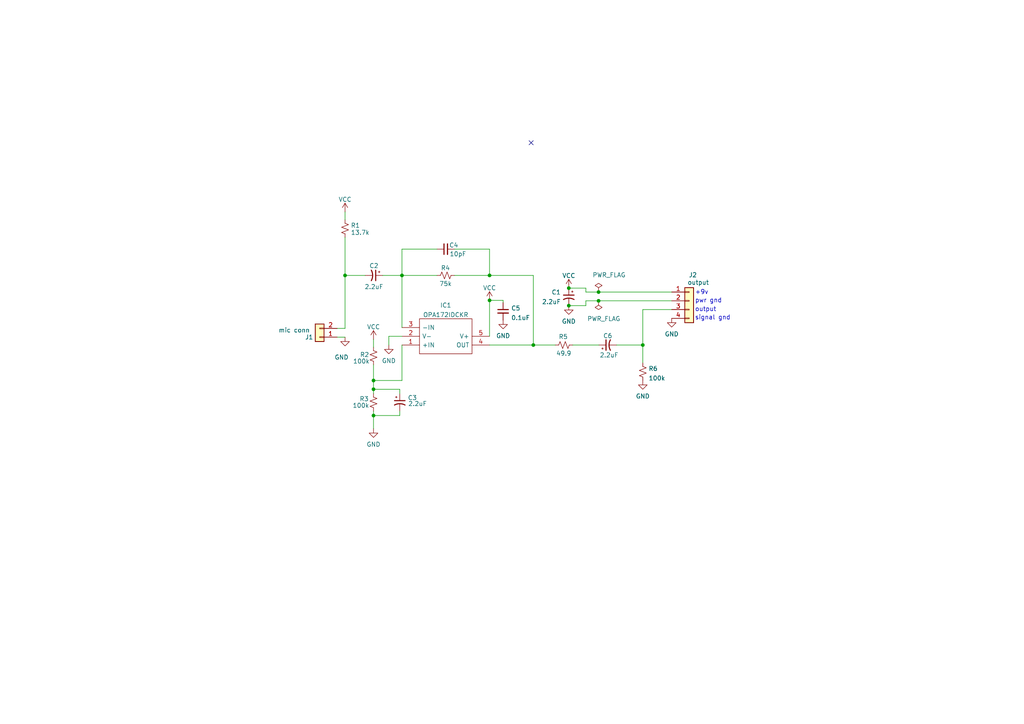
<source format=kicad_sch>
(kicad_sch (version 20211123) (generator eeschema)

  (uuid 8d861cdb-cf07-4f99-a54f-2ff675494f09)

  (paper "A4")

  (lib_symbols
    (symbol "4ms_Connector:Conn_01x04" (pin_names (offset 1.016) hide) (in_bom yes) (on_board yes)
      (property "Reference" "J" (id 0) (at 0 5.08 0)
        (effects (font (size 1.27 1.27)))
      )
      (property "Value" "Conn_01x04" (id 1) (at 0 -7.62 0)
        (effects (font (size 1.27 1.27)))
      )
      (property "Footprint" "4ms_Connector:Pins_1x04_2.54mm_TH_SWD" (id 2) (at 0 6.985 0)
        (effects (font (size 1.27 1.27)) hide)
      )
      (property "Datasheet" "" (id 3) (at 0 0 0)
        (effects (font (size 1.27 1.27)) hide)
      )
      (property "Specifications" "HEADER 1x4 MALE PINS 0.100” 180deg" (id 4) (at -3.175 -14.605 0)
        (effects (font (size 1.27 1.27)) (justify left) hide)
      )
      (property "Manufacturer" "TAD" (id 5) (at -2.54 -9.398 0)
        (effects (font (size 1.27 1.27)) (justify left) hide)
      )
      (property "Part Number" "1-0401FBV0T" (id 6) (at -2.54 -10.922 0)
        (effects (font (size 1.27 1.27)) (justify left) hide)
      )
      (property "ki_keywords" "Conn_01x04" (id 7) (at 0 0 0)
        (effects (font (size 1.27 1.27)) hide)
      )
      (property "ki_description" "HEADER 1x4 MALE PINS 0.100” 180deg" (id 8) (at 0 0 0)
        (effects (font (size 1.27 1.27)) hide)
      )
      (property "ki_fp_filters" "Connector*:*_??x*mm* Connector*:*1x??x*mm* Pin?Header?Straight?1X* Pin?Header?Angled?1X* Socket?Strip?Straight?1X* Socket?Strip?Angled?1X*" (id 9) (at 0 0 0)
        (effects (font (size 1.27 1.27)) hide)
      )
      (symbol "Conn_01x04_1_1"
        (rectangle (start -1.27 -4.953) (end 0 -5.207)
          (stroke (width 0.1524) (type default) (color 0 0 0 0))
          (fill (type none))
        )
        (rectangle (start -1.27 -2.413) (end 0 -2.667)
          (stroke (width 0.1524) (type default) (color 0 0 0 0))
          (fill (type none))
        )
        (rectangle (start -1.27 0.127) (end 0 -0.127)
          (stroke (width 0.1524) (type default) (color 0 0 0 0))
          (fill (type none))
        )
        (rectangle (start -1.27 2.667) (end 0 2.413)
          (stroke (width 0.1524) (type default) (color 0 0 0 0))
          (fill (type none))
        )
        (rectangle (start -1.27 3.81) (end 1.27 -6.35)
          (stroke (width 0.254) (type default) (color 0 0 0 0))
          (fill (type background))
        )
        (pin passive line (at -5.08 2.54 0) (length 3.81)
          (name "Pin_1" (effects (font (size 1.27 1.27))))
          (number "1" (effects (font (size 1.27 1.27))))
        )
        (pin passive line (at -5.08 0 0) (length 3.81)
          (name "Pin_2" (effects (font (size 1.27 1.27))))
          (number "2" (effects (font (size 1.27 1.27))))
        )
        (pin passive line (at -5.08 -2.54 0) (length 3.81)
          (name "Pin_3" (effects (font (size 1.27 1.27))))
          (number "3" (effects (font (size 1.27 1.27))))
        )
        (pin passive line (at -5.08 -5.08 0) (length 3.81)
          (name "Pin_4" (effects (font (size 1.27 1.27))))
          (number "4" (effects (font (size 1.27 1.27))))
        )
      )
    )
    (symbol "Connector_Generic:Conn_01x02" (pin_names (offset 1.016) hide) (in_bom yes) (on_board yes)
      (property "Reference" "J" (id 0) (at 0 2.54 0)
        (effects (font (size 1.27 1.27)))
      )
      (property "Value" "Conn_01x02" (id 1) (at 0 -5.08 0)
        (effects (font (size 1.27 1.27)))
      )
      (property "Footprint" "" (id 2) (at 0 0 0)
        (effects (font (size 1.27 1.27)) hide)
      )
      (property "Datasheet" "~" (id 3) (at 0 0 0)
        (effects (font (size 1.27 1.27)) hide)
      )
      (property "ki_keywords" "connector" (id 4) (at 0 0 0)
        (effects (font (size 1.27 1.27)) hide)
      )
      (property "ki_description" "Generic connector, single row, 01x02, script generated (kicad-library-utils/schlib/autogen/connector/)" (id 5) (at 0 0 0)
        (effects (font (size 1.27 1.27)) hide)
      )
      (property "ki_fp_filters" "Connector*:*_1x??_*" (id 6) (at 0 0 0)
        (effects (font (size 1.27 1.27)) hide)
      )
      (symbol "Conn_01x02_1_1"
        (rectangle (start -1.27 -2.413) (end 0 -2.667)
          (stroke (width 0.1524) (type default) (color 0 0 0 0))
          (fill (type none))
        )
        (rectangle (start -1.27 0.127) (end 0 -0.127)
          (stroke (width 0.1524) (type default) (color 0 0 0 0))
          (fill (type none))
        )
        (rectangle (start -1.27 1.27) (end 1.27 -3.81)
          (stroke (width 0.254) (type default) (color 0 0 0 0))
          (fill (type background))
        )
        (pin passive line (at -5.08 0 0) (length 3.81)
          (name "Pin_1" (effects (font (size 1.27 1.27))))
          (number "1" (effects (font (size 1.27 1.27))))
        )
        (pin passive line (at -5.08 -2.54 0) (length 3.81)
          (name "Pin_2" (effects (font (size 1.27 1.27))))
          (number "2" (effects (font (size 1.27 1.27))))
        )
      )
    )
    (symbol "Device:C_Polarized_Small_US" (pin_numbers hide) (pin_names (offset 0.254) hide) (in_bom yes) (on_board yes)
      (property "Reference" "C" (id 0) (at 0.254 1.778 0)
        (effects (font (size 1.27 1.27)) (justify left))
      )
      (property "Value" "C_Polarized_Small_US" (id 1) (at 0.254 -2.032 0)
        (effects (font (size 1.27 1.27)) (justify left))
      )
      (property "Footprint" "" (id 2) (at 0 0 0)
        (effects (font (size 1.27 1.27)) hide)
      )
      (property "Datasheet" "~" (id 3) (at 0 0 0)
        (effects (font (size 1.27 1.27)) hide)
      )
      (property "ki_keywords" "cap capacitor" (id 4) (at 0 0 0)
        (effects (font (size 1.27 1.27)) hide)
      )
      (property "ki_description" "Polarized capacitor, small US symbol" (id 5) (at 0 0 0)
        (effects (font (size 1.27 1.27)) hide)
      )
      (property "ki_fp_filters" "CP_*" (id 6) (at 0 0 0)
        (effects (font (size 1.27 1.27)) hide)
      )
      (symbol "C_Polarized_Small_US_0_1"
        (polyline
          (pts
            (xy -1.524 0.508)
            (xy 1.524 0.508)
          )
          (stroke (width 0.3048) (type default) (color 0 0 0 0))
          (fill (type none))
        )
        (polyline
          (pts
            (xy -1.27 1.524)
            (xy -0.762 1.524)
          )
          (stroke (width 0) (type default) (color 0 0 0 0))
          (fill (type none))
        )
        (polyline
          (pts
            (xy -1.016 1.27)
            (xy -1.016 1.778)
          )
          (stroke (width 0) (type default) (color 0 0 0 0))
          (fill (type none))
        )
        (arc (start 1.524 -0.762) (mid 0 -0.3734) (end -1.524 -0.762)
          (stroke (width 0.3048) (type default) (color 0 0 0 0))
          (fill (type none))
        )
      )
      (symbol "C_Polarized_Small_US_1_1"
        (pin passive line (at 0 2.54 270) (length 2.032)
          (name "~" (effects (font (size 1.27 1.27))))
          (number "1" (effects (font (size 1.27 1.27))))
        )
        (pin passive line (at 0 -2.54 90) (length 2.032)
          (name "~" (effects (font (size 1.27 1.27))))
          (number "2" (effects (font (size 1.27 1.27))))
        )
      )
    )
    (symbol "Device:C_Small" (pin_numbers hide) (pin_names (offset 0.254) hide) (in_bom yes) (on_board yes)
      (property "Reference" "C" (id 0) (at 0.254 1.778 0)
        (effects (font (size 1.27 1.27)) (justify left))
      )
      (property "Value" "C_Small" (id 1) (at 0.254 -2.032 0)
        (effects (font (size 1.27 1.27)) (justify left))
      )
      (property "Footprint" "" (id 2) (at 0 0 0)
        (effects (font (size 1.27 1.27)) hide)
      )
      (property "Datasheet" "~" (id 3) (at 0 0 0)
        (effects (font (size 1.27 1.27)) hide)
      )
      (property "ki_keywords" "capacitor cap" (id 4) (at 0 0 0)
        (effects (font (size 1.27 1.27)) hide)
      )
      (property "ki_description" "Unpolarized capacitor, small symbol" (id 5) (at 0 0 0)
        (effects (font (size 1.27 1.27)) hide)
      )
      (property "ki_fp_filters" "C_*" (id 6) (at 0 0 0)
        (effects (font (size 1.27 1.27)) hide)
      )
      (symbol "C_Small_0_1"
        (polyline
          (pts
            (xy -1.524 -0.508)
            (xy 1.524 -0.508)
          )
          (stroke (width 0.3302) (type default) (color 0 0 0 0))
          (fill (type none))
        )
        (polyline
          (pts
            (xy -1.524 0.508)
            (xy 1.524 0.508)
          )
          (stroke (width 0.3048) (type default) (color 0 0 0 0))
          (fill (type none))
        )
      )
      (symbol "C_Small_1_1"
        (pin passive line (at 0 2.54 270) (length 2.032)
          (name "~" (effects (font (size 1.27 1.27))))
          (number "1" (effects (font (size 1.27 1.27))))
        )
        (pin passive line (at 0 -2.54 90) (length 2.032)
          (name "~" (effects (font (size 1.27 1.27))))
          (number "2" (effects (font (size 1.27 1.27))))
        )
      )
    )
    (symbol "Device:R_Small_US" (pin_numbers hide) (pin_names (offset 0.254) hide) (in_bom yes) (on_board yes)
      (property "Reference" "R" (id 0) (at 0.762 0.508 0)
        (effects (font (size 1.27 1.27)) (justify left))
      )
      (property "Value" "R_Small_US" (id 1) (at 0.762 -1.016 0)
        (effects (font (size 1.27 1.27)) (justify left))
      )
      (property "Footprint" "" (id 2) (at 0 0 0)
        (effects (font (size 1.27 1.27)) hide)
      )
      (property "Datasheet" "~" (id 3) (at 0 0 0)
        (effects (font (size 1.27 1.27)) hide)
      )
      (property "ki_keywords" "r resistor" (id 4) (at 0 0 0)
        (effects (font (size 1.27 1.27)) hide)
      )
      (property "ki_description" "Resistor, small US symbol" (id 5) (at 0 0 0)
        (effects (font (size 1.27 1.27)) hide)
      )
      (property "ki_fp_filters" "R_*" (id 6) (at 0 0 0)
        (effects (font (size 1.27 1.27)) hide)
      )
      (symbol "R_Small_US_1_1"
        (polyline
          (pts
            (xy 0 0)
            (xy 1.016 -0.381)
            (xy 0 -0.762)
            (xy -1.016 -1.143)
            (xy 0 -1.524)
          )
          (stroke (width 0) (type default) (color 0 0 0 0))
          (fill (type none))
        )
        (polyline
          (pts
            (xy 0 1.524)
            (xy 1.016 1.143)
            (xy 0 0.762)
            (xy -1.016 0.381)
            (xy 0 0)
          )
          (stroke (width 0) (type default) (color 0 0 0 0))
          (fill (type none))
        )
        (pin passive line (at 0 2.54 270) (length 1.016)
          (name "~" (effects (font (size 1.27 1.27))))
          (number "1" (effects (font (size 1.27 1.27))))
        )
        (pin passive line (at 0 -2.54 90) (length 1.016)
          (name "~" (effects (font (size 1.27 1.27))))
          (number "2" (effects (font (size 1.27 1.27))))
        )
      )
    )
    (symbol "SamacSys_Parts:OPA172IDCKR" (pin_names (offset 0.762)) (in_bom yes) (on_board yes)
      (property "Reference" "IC" (id 0) (at 21.59 7.62 0)
        (effects (font (size 1.27 1.27)) (justify left))
      )
      (property "Value" "OPA172IDCKR" (id 1) (at 21.59 5.08 0)
        (effects (font (size 1.27 1.27)) (justify left))
      )
      (property "Footprint" "SOT65P210X110-5N" (id 2) (at 21.59 2.54 0)
        (effects (font (size 1.27 1.27)) (justify left) hide)
      )
      (property "Datasheet" "https://datasheet.lcsc.com/szlcsc/Texas-Instruments-TI-OPA172IDCKR_C84622.pdf" (id 3) (at 21.59 0 0)
        (effects (font (size 1.27 1.27)) (justify left) hide)
      )
      (property "Description" "General Purpose Amplifiers General Purpose 1 4.5V ~{} 36V, +/-2.25V ~{} 18V 10MHz 10 V/us SC-70-5 RoHS" (id 4) (at 21.59 -2.54 0)
        (effects (font (size 1.27 1.27)) (justify left) hide)
      )
      (property "Height" "1.1" (id 5) (at 21.59 -5.08 0)
        (effects (font (size 1.27 1.27)) (justify left) hide)
      )
      (property "Mouser Part Number" "595-OPA172IDCKR" (id 6) (at 21.59 -7.62 0)
        (effects (font (size 1.27 1.27)) (justify left) hide)
      )
      (property "Mouser Price/Stock" "https://www.mouser.co.uk/ProductDetail/Texas-Instruments/OPA172IDCKR/?qs=%2Fd%252BFzHvH4c16oKsohKXwRQ%3D%3D" (id 7) (at 21.59 -10.16 0)
        (effects (font (size 1.27 1.27)) (justify left) hide)
      )
      (property "Manufacturer_Name" "Texas Instruments" (id 8) (at 21.59 -12.7 0)
        (effects (font (size 1.27 1.27)) (justify left) hide)
      )
      (property "Manufacturer_Part_Number" "OPA172IDCKR" (id 9) (at 21.59 -15.24 0)
        (effects (font (size 1.27 1.27)) (justify left) hide)
      )
      (property "ki_description" "General Purpose Amplifiers General Purpose 1 4.5V ~ 36V, +/-2.25V ~ 18V 10MHz 10 V/us SC-70-5 RoHS" (id 10) (at 0 0 0)
        (effects (font (size 1.27 1.27)) hide)
      )
      (symbol "OPA172IDCKR_0_0"
        (pin passive line (at 0 0 0) (length 5.08)
          (name "+IN" (effects (font (size 1.27 1.27))))
          (number "1" (effects (font (size 1.27 1.27))))
        )
        (pin passive line (at 0 -2.54 0) (length 5.08)
          (name "V-" (effects (font (size 1.27 1.27))))
          (number "2" (effects (font (size 1.27 1.27))))
        )
        (pin passive line (at 0 -5.08 0) (length 5.08)
          (name "-IN" (effects (font (size 1.27 1.27))))
          (number "3" (effects (font (size 1.27 1.27))))
        )
        (pin passive line (at 25.4 0 180) (length 5.08)
          (name "OUT" (effects (font (size 1.27 1.27))))
          (number "4" (effects (font (size 1.27 1.27))))
        )
        (pin passive line (at 25.4 -2.54 180) (length 5.08)
          (name "V+" (effects (font (size 1.27 1.27))))
          (number "5" (effects (font (size 1.27 1.27))))
        )
      )
      (symbol "OPA172IDCKR_0_1"
        (polyline
          (pts
            (xy 5.08 2.54)
            (xy 20.32 2.54)
            (xy 20.32 -7.62)
            (xy 5.08 -7.62)
            (xy 5.08 2.54)
          )
          (stroke (width 0.1524) (type default) (color 0 0 0 0))
          (fill (type none))
        )
      )
    )
    (symbol "power:GND" (power) (pin_names (offset 0)) (in_bom yes) (on_board yes)
      (property "Reference" "#PWR" (id 0) (at 0 -6.35 0)
        (effects (font (size 1.27 1.27)) hide)
      )
      (property "Value" "GND" (id 1) (at 0 -3.81 0)
        (effects (font (size 1.27 1.27)))
      )
      (property "Footprint" "" (id 2) (at 0 0 0)
        (effects (font (size 1.27 1.27)) hide)
      )
      (property "Datasheet" "" (id 3) (at 0 0 0)
        (effects (font (size 1.27 1.27)) hide)
      )
      (property "ki_keywords" "power-flag" (id 4) (at 0 0 0)
        (effects (font (size 1.27 1.27)) hide)
      )
      (property "ki_description" "Power symbol creates a global label with name \"GND\" , ground" (id 5) (at 0 0 0)
        (effects (font (size 1.27 1.27)) hide)
      )
      (symbol "GND_0_1"
        (polyline
          (pts
            (xy 0 0)
            (xy 0 -1.27)
            (xy 1.27 -1.27)
            (xy 0 -2.54)
            (xy -1.27 -1.27)
            (xy 0 -1.27)
          )
          (stroke (width 0) (type default) (color 0 0 0 0))
          (fill (type none))
        )
      )
      (symbol "GND_1_1"
        (pin power_in line (at 0 0 270) (length 0) hide
          (name "GND" (effects (font (size 1.27 1.27))))
          (number "1" (effects (font (size 1.27 1.27))))
        )
      )
    )
    (symbol "power:PWR_FLAG" (power) (pin_numbers hide) (pin_names (offset 0) hide) (in_bom yes) (on_board yes)
      (property "Reference" "#FLG" (id 0) (at 0 1.905 0)
        (effects (font (size 1.27 1.27)) hide)
      )
      (property "Value" "PWR_FLAG" (id 1) (at 0 3.81 0)
        (effects (font (size 1.27 1.27)))
      )
      (property "Footprint" "" (id 2) (at 0 0 0)
        (effects (font (size 1.27 1.27)) hide)
      )
      (property "Datasheet" "~" (id 3) (at 0 0 0)
        (effects (font (size 1.27 1.27)) hide)
      )
      (property "ki_keywords" "power-flag" (id 4) (at 0 0 0)
        (effects (font (size 1.27 1.27)) hide)
      )
      (property "ki_description" "Special symbol for telling ERC where power comes from" (id 5) (at 0 0 0)
        (effects (font (size 1.27 1.27)) hide)
      )
      (symbol "PWR_FLAG_0_0"
        (pin power_out line (at 0 0 90) (length 0)
          (name "pwr" (effects (font (size 1.27 1.27))))
          (number "1" (effects (font (size 1.27 1.27))))
        )
      )
      (symbol "PWR_FLAG_0_1"
        (polyline
          (pts
            (xy 0 0)
            (xy 0 1.27)
            (xy -1.016 1.905)
            (xy 0 2.54)
            (xy 1.016 1.905)
            (xy 0 1.27)
          )
          (stroke (width 0) (type default) (color 0 0 0 0))
          (fill (type none))
        )
      )
    )
    (symbol "power:VCC" (power) (pin_names (offset 0)) (in_bom yes) (on_board yes)
      (property "Reference" "#PWR" (id 0) (at 0 -3.81 0)
        (effects (font (size 1.27 1.27)) hide)
      )
      (property "Value" "VCC" (id 1) (at 0 3.81 0)
        (effects (font (size 1.27 1.27)))
      )
      (property "Footprint" "" (id 2) (at 0 0 0)
        (effects (font (size 1.27 1.27)) hide)
      )
      (property "Datasheet" "" (id 3) (at 0 0 0)
        (effects (font (size 1.27 1.27)) hide)
      )
      (property "ki_keywords" "power-flag" (id 4) (at 0 0 0)
        (effects (font (size 1.27 1.27)) hide)
      )
      (property "ki_description" "Power symbol creates a global label with name \"VCC\"" (id 5) (at 0 0 0)
        (effects (font (size 1.27 1.27)) hide)
      )
      (symbol "VCC_0_1"
        (polyline
          (pts
            (xy -0.762 1.27)
            (xy 0 2.54)
          )
          (stroke (width 0) (type default) (color 0 0 0 0))
          (fill (type none))
        )
        (polyline
          (pts
            (xy 0 0)
            (xy 0 2.54)
          )
          (stroke (width 0) (type default) (color 0 0 0 0))
          (fill (type none))
        )
        (polyline
          (pts
            (xy 0 2.54)
            (xy 0.762 1.27)
          )
          (stroke (width 0) (type default) (color 0 0 0 0))
          (fill (type none))
        )
      )
      (symbol "VCC_1_1"
        (pin power_in line (at 0 0 90) (length 0) hide
          (name "VCC" (effects (font (size 1.27 1.27))))
          (number "1" (effects (font (size 1.27 1.27))))
        )
      )
    )
  )

  (junction (at 186.436 100.076) (diameter 0) (color 0 0 0 0)
    (uuid 290f334f-e697-4b24-89a8-a64c2e1e154a)
  )
  (junction (at 164.973 83.566) (diameter 0) (color 0 0 0 0)
    (uuid 3849c705-fb2a-460d-8f4e-8c59df16294f)
  )
  (junction (at 173.609 87.249) (diameter 0) (color 0 0 0 0)
    (uuid 570963d3-d740-4ce7-89c4-0af11becb6ae)
  )
  (junction (at 100.076 79.883) (diameter 0) (color 0 0 0 0)
    (uuid 771fc506-8805-4414-831d-be99e4efec2e)
  )
  (junction (at 154.686 100.076) (diameter 0) (color 0 0 0 0)
    (uuid 89f35d51-1abd-4325-8dcf-bbcc0b814ebf)
  )
  (junction (at 164.973 88.646) (diameter 0) (color 0 0 0 0)
    (uuid 8ec3dc75-ffdc-4509-8b80-72494ff115eb)
  )
  (junction (at 108.331 112.903) (diameter 0) (color 0 0 0 0)
    (uuid 9163e5e7-4da6-4ed7-aa58-c7212202f637)
  )
  (junction (at 108.331 110.363) (diameter 0) (color 0 0 0 0)
    (uuid 95c7b07a-c2f2-423e-b81f-1ce281e6eea7)
  )
  (junction (at 141.986 79.883) (diameter 0) (color 0 0 0 0)
    (uuid a664c752-73ed-4b14-b342-031a40586871)
  )
  (junction (at 108.331 120.523) (diameter 0) (color 0 0 0 0)
    (uuid c8eeb74f-06f3-495c-86b9-9b2f69dca1aa)
  )
  (junction (at 173.609 84.709) (diameter 0) (color 0 0 0 0)
    (uuid cfe5a930-7571-44f3-9f0b-962327a14a46)
  )
  (junction (at 116.586 79.883) (diameter 0) (color 0 0 0 0)
    (uuid d8b2b281-108d-40c8-adbf-318a2a15cdfc)
  )
  (junction (at 141.986 87.122) (diameter 0) (color 0 0 0 0)
    (uuid ea464fb6-cb4e-488a-a105-40d46fb26cec)
  )

  (no_connect (at 154.051 41.402) (uuid 1c8800e0-4f96-4a9a-823d-5f688d724ef6))

  (wire (pts (xy 154.686 79.883) (xy 154.686 100.076))
    (stroke (width 0) (type default) (color 0 0 0 0))
    (uuid 0ce9f3eb-81c8-40b3-be07-a59ba63ebc77)
  )
  (wire (pts (xy 169.926 87.249) (xy 169.926 88.646))
    (stroke (width 0) (type default) (color 0 0 0 0))
    (uuid 0f2ca3fd-9c5a-48a1-8f27-6bea857e4274)
  )
  (wire (pts (xy 145.923 87.122) (xy 141.986 87.122))
    (stroke (width 0) (type default) (color 0 0 0 0))
    (uuid 11f34665-9b3e-4a1a-b0bd-9232578a7a2e)
  )
  (wire (pts (xy 116.586 100.076) (xy 116.586 110.363))
    (stroke (width 0) (type default) (color 0 0 0 0))
    (uuid 192c791e-d81c-421f-b489-82c0c194519c)
  )
  (wire (pts (xy 100.076 95.25) (xy 100.076 79.883))
    (stroke (width 0) (type default) (color 0 0 0 0))
    (uuid 1d9f6ec6-e3bc-4477-a158-fdb4e35456c7)
  )
  (wire (pts (xy 131.826 79.883) (xy 141.986 79.883))
    (stroke (width 0) (type default) (color 0 0 0 0))
    (uuid 30561164-95e8-4b5e-9854-e4402fda56ac)
  )
  (wire (pts (xy 154.686 100.076) (xy 141.986 100.076))
    (stroke (width 0) (type default) (color 0 0 0 0))
    (uuid 35d312fa-1202-40da-8cdd-640940d08cfa)
  )
  (wire (pts (xy 116.586 72.263) (xy 126.746 72.263))
    (stroke (width 0) (type default) (color 0 0 0 0))
    (uuid 35f3913f-9445-493e-8fe3-5cbeafe6dce6)
  )
  (wire (pts (xy 186.436 100.076) (xy 186.436 105.283))
    (stroke (width 0) (type default) (color 0 0 0 0))
    (uuid 37969e04-0578-442c-acd0-a0a26625ce90)
  )
  (wire (pts (xy 116.586 79.883) (xy 126.746 79.883))
    (stroke (width 0) (type default) (color 0 0 0 0))
    (uuid 4a21c035-432c-4de3-9cb9-b6d8f773625c)
  )
  (wire (pts (xy 108.331 98.425) (xy 108.331 100.711))
    (stroke (width 0) (type default) (color 0 0 0 0))
    (uuid 5754b3d3-bff2-4770-8582-4c62a1f27116)
  )
  (wire (pts (xy 108.331 112.903) (xy 108.331 114.173))
    (stroke (width 0) (type default) (color 0 0 0 0))
    (uuid 591a6579-59e1-4c32-8716-9531bce52619)
  )
  (wire (pts (xy 169.926 84.709) (xy 169.926 83.566))
    (stroke (width 0) (type default) (color 0 0 0 0))
    (uuid 59512a19-55c5-4ad2-ac1d-d7d37638f09d)
  )
  (wire (pts (xy 178.816 100.076) (xy 186.436 100.076))
    (stroke (width 0) (type default) (color 0 0 0 0))
    (uuid 598eb5e3-24fb-43ad-a2fc-8deed495f109)
  )
  (wire (pts (xy 173.609 87.249) (xy 169.926 87.249))
    (stroke (width 0) (type default) (color 0 0 0 0))
    (uuid 5f406c10-3d8f-4523-83b9-c4c17247863b)
  )
  (wire (pts (xy 108.331 105.791) (xy 108.331 110.363))
    (stroke (width 0) (type default) (color 0 0 0 0))
    (uuid 617c98d8-420a-4382-a7ba-e4b4fbb08aa7)
  )
  (wire (pts (xy 194.818 87.249) (xy 173.609 87.249))
    (stroke (width 0) (type default) (color 0 0 0 0))
    (uuid 65e17ef3-7831-49a4-8b19-eb943a2b4d57)
  )
  (wire (pts (xy 141.986 72.263) (xy 141.986 79.883))
    (stroke (width 0) (type default) (color 0 0 0 0))
    (uuid 6b0e581f-9838-4571-ae68-431a657a0b4f)
  )
  (wire (pts (xy 141.986 87.122) (xy 141.986 97.536))
    (stroke (width 0) (type default) (color 0 0 0 0))
    (uuid 72006007-13d6-4298-94e5-8fdca4541e75)
  )
  (wire (pts (xy 186.436 100.076) (xy 186.436 89.789))
    (stroke (width 0) (type default) (color 0 0 0 0))
    (uuid 7327e925-2782-411c-bb67-42102cdb28ca)
  )
  (wire (pts (xy 116.586 79.883) (xy 116.586 72.263))
    (stroke (width 0) (type default) (color 0 0 0 0))
    (uuid 7685d010-b823-4bea-90ce-9926171c6a98)
  )
  (wire (pts (xy 131.826 72.263) (xy 141.986 72.263))
    (stroke (width 0) (type default) (color 0 0 0 0))
    (uuid 7883acfe-514a-40de-a4c9-125c98f53844)
  )
  (wire (pts (xy 166.116 100.076) (xy 173.736 100.076))
    (stroke (width 0) (type default) (color 0 0 0 0))
    (uuid 7e435e7e-1833-45f8-a981-2aaa6987d0d9)
  )
  (wire (pts (xy 169.926 83.566) (xy 164.973 83.566))
    (stroke (width 0) (type default) (color 0 0 0 0))
    (uuid 7f74e3b3-0eeb-4455-a766-15862cddc46c)
  )
  (wire (pts (xy 100.076 79.883) (xy 105.918 79.883))
    (stroke (width 0) (type default) (color 0 0 0 0))
    (uuid 81788bc0-ce42-46b5-bfea-90fa580219bd)
  )
  (wire (pts (xy 108.331 110.363) (xy 108.331 112.903))
    (stroke (width 0) (type default) (color 0 0 0 0))
    (uuid 81ee6c44-64b9-42d4-a77b-77a56538713f)
  )
  (wire (pts (xy 110.998 79.883) (xy 116.586 79.883))
    (stroke (width 0) (type default) (color 0 0 0 0))
    (uuid 8265743a-f9a2-47d2-8b66-3758acef03f1)
  )
  (wire (pts (xy 186.436 89.789) (xy 194.818 89.789))
    (stroke (width 0) (type default) (color 0 0 0 0))
    (uuid 83aed02f-ed5f-4894-8663-e42e5370c98f)
  )
  (wire (pts (xy 97.79 97.79) (xy 100.076 97.79))
    (stroke (width 0) (type default) (color 0 0 0 0))
    (uuid 8969c368-9450-49fd-9efc-0e8562dc0033)
  )
  (wire (pts (xy 108.331 120.523) (xy 108.331 124.333))
    (stroke (width 0) (type default) (color 0 0 0 0))
    (uuid 8ed3e1a1-a269-401f-940d-20eab8ac39af)
  )
  (wire (pts (xy 115.951 120.523) (xy 108.331 120.523))
    (stroke (width 0) (type default) (color 0 0 0 0))
    (uuid 91387d12-3459-4cf7-b4e1-1dd8a8eb3a0f)
  )
  (wire (pts (xy 97.79 95.25) (xy 100.076 95.25))
    (stroke (width 0) (type default) (color 0 0 0 0))
    (uuid 9b83d562-78d1-4bb8-9999-0e2aa06ac4aa)
  )
  (wire (pts (xy 100.076 79.883) (xy 100.076 68.834))
    (stroke (width 0) (type default) (color 0 0 0 0))
    (uuid a108047c-9479-4fb0-988d-09e71ad37659)
  )
  (wire (pts (xy 115.951 119.253) (xy 115.951 120.523))
    (stroke (width 0) (type default) (color 0 0 0 0))
    (uuid a9a065f3-9331-48ba-b086-97d88a88ba6f)
  )
  (wire (pts (xy 108.331 110.363) (xy 116.586 110.363))
    (stroke (width 0) (type default) (color 0 0 0 0))
    (uuid b5eac83c-59a6-4b95-a4fd-88d957e7b49a)
  )
  (wire (pts (xy 115.951 114.173) (xy 115.951 112.903))
    (stroke (width 0) (type default) (color 0 0 0 0))
    (uuid b85c45cd-0fb2-4173-b69a-d304fc018caf)
  )
  (wire (pts (xy 169.926 88.646) (xy 164.973 88.646))
    (stroke (width 0) (type default) (color 0 0 0 0))
    (uuid b8a428af-da9f-41bf-a9b7-1e166905b5c3)
  )
  (wire (pts (xy 173.609 84.709) (xy 194.818 84.709))
    (stroke (width 0) (type default) (color 0 0 0 0))
    (uuid d04fe7ad-2139-427d-99d5-d4e5bf75ee02)
  )
  (wire (pts (xy 141.986 79.883) (xy 154.686 79.883))
    (stroke (width 0) (type default) (color 0 0 0 0))
    (uuid d1fc166c-4d39-4072-887a-7c85c7a4096e)
  )
  (wire (pts (xy 116.586 94.996) (xy 116.586 79.883))
    (stroke (width 0) (type default) (color 0 0 0 0))
    (uuid d5217ffc-30b7-435a-b033-2b4dc4b389e3)
  )
  (wire (pts (xy 154.686 100.076) (xy 161.036 100.076))
    (stroke (width 0) (type default) (color 0 0 0 0))
    (uuid db8b3b35-454d-4635-9649-51c6c74e4bd2)
  )
  (wire (pts (xy 112.776 97.536) (xy 112.776 100.076))
    (stroke (width 0) (type default) (color 0 0 0 0))
    (uuid db9a23a6-9b0c-4db1-bd8e-fcbb7f7f3b5a)
  )
  (wire (pts (xy 100.076 63.754) (xy 100.076 61.468))
    (stroke (width 0) (type default) (color 0 0 0 0))
    (uuid dc083a86-f1b6-4137-889e-cfdbbf2371b5)
  )
  (wire (pts (xy 173.609 84.709) (xy 169.926 84.709))
    (stroke (width 0) (type default) (color 0 0 0 0))
    (uuid dfbac84b-e2ad-4e34-b1b9-58acf4d8ac2b)
  )
  (wire (pts (xy 108.331 120.523) (xy 108.331 119.253))
    (stroke (width 0) (type default) (color 0 0 0 0))
    (uuid e0bd7cd2-c998-4971-95ea-bb4f34e1e190)
  )
  (wire (pts (xy 115.951 112.903) (xy 108.331 112.903))
    (stroke (width 0) (type default) (color 0 0 0 0))
    (uuid e243a500-a966-4c10-b00f-3ee6a0c2c96f)
  )
  (wire (pts (xy 116.586 97.536) (xy 112.776 97.536))
    (stroke (width 0) (type default) (color 0 0 0 0))
    (uuid f46a5f7b-3029-4ac8-af33-369caf7422d8)
  )
  (wire (pts (xy 145.923 87.757) (xy 145.923 87.122))
    (stroke (width 0) (type default) (color 0 0 0 0))
    (uuid f9a89486-8305-4fed-866d-114296da5e1e)
  )

  (text "+9v" (at 201.549 85.598 0)
    (effects (font (size 1.27 1.27)) (justify left bottom))
    (uuid 4b4e2ca7-a98a-4694-b631-a5cac7fbc7a4)
  )
  (text "pwr gnd\n" (at 201.549 88.011 0)
    (effects (font (size 1.27 1.27)) (justify left bottom))
    (uuid c7088621-7d0d-4f96-8093-131be1b69341)
  )
  (text "output\n" (at 201.549 90.551 0)
    (effects (font (size 1.27 1.27)) (justify left bottom))
    (uuid de322006-e4f4-477e-88a3-90b818bfd889)
  )
  (text "signal gnd" (at 201.549 92.964 0)
    (effects (font (size 1.27 1.27)) (justify left bottom))
    (uuid f428bbbb-2aac-415b-8eb5-58840d96018a)
  )

  (symbol (lib_id "Device:C_Small") (at 145.923 90.297 0) (unit 1)
    (in_bom yes) (on_board yes) (fields_autoplaced)
    (uuid 0b68c0e0-745b-4aaf-9cd6-f7538aa06b1c)
    (property "Reference" "C5" (id 0) (at 148.2471 89.3948 0)
      (effects (font (size 1.27 1.27)) (justify left))
    )
    (property "Value" "0.1uF" (id 1) (at 148.2471 92.1699 0)
      (effects (font (size 1.27 1.27)) (justify left))
    )
    (property "Footprint" "Capacitor_SMD:C_0603_1608Metric_Pad1.08x0.95mm_HandSolder" (id 2) (at 145.923 90.297 0)
      (effects (font (size 1.27 1.27)) hide)
    )
    (property "Datasheet" "~" (id 3) (at 145.923 90.297 0)
      (effects (font (size 1.27 1.27)) hide)
    )
    (pin "1" (uuid 84402595-8de3-4ec1-8052-7ca898f61b7a))
    (pin "2" (uuid f8f05b66-b025-4362-9986-29b38a7b4af4))
  )

  (symbol (lib_id "power:VCC") (at 141.986 87.122 0) (unit 1)
    (in_bom yes) (on_board yes) (fields_autoplaced)
    (uuid 1a8f8c64-3027-4f61-8d50-881a9b4166a5)
    (property "Reference" "#PWR08" (id 0) (at 141.986 90.932 0)
      (effects (font (size 1.27 1.27)) hide)
    )
    (property "Value" "VCC" (id 1) (at 141.986 83.5175 0))
    (property "Footprint" "" (id 2) (at 141.986 87.122 0)
      (effects (font (size 1.27 1.27)) hide)
    )
    (property "Datasheet" "" (id 3) (at 141.986 87.122 0)
      (effects (font (size 1.27 1.27)) hide)
    )
    (pin "1" (uuid 89bed435-f930-4655-922e-cf6168cf2f61))
  )

  (symbol (lib_id "power:VCC") (at 108.331 98.425 0) (unit 1)
    (in_bom yes) (on_board yes) (fields_autoplaced)
    (uuid 448c5035-f7fd-4956-a46f-0b2bd1775514)
    (property "Reference" "#PWR05" (id 0) (at 108.331 102.235 0)
      (effects (font (size 1.27 1.27)) hide)
    )
    (property "Value" "VCC" (id 1) (at 108.331 94.8205 0))
    (property "Footprint" "" (id 2) (at 108.331 98.425 0)
      (effects (font (size 1.27 1.27)) hide)
    )
    (property "Datasheet" "" (id 3) (at 108.331 98.425 0)
      (effects (font (size 1.27 1.27)) hide)
    )
    (pin "1" (uuid b29008eb-7507-4b0b-bf20-fa35ee3407b4))
  )

  (symbol (lib_id "SamacSys_Parts:OPA172IDCKR") (at 116.586 100.076 0) (mirror x) (unit 1)
    (in_bom yes) (on_board yes)
    (uuid 487ed5c6-71da-4a9c-adbf-051a59130364)
    (property "Reference" "IC1" (id 0) (at 129.286 88.5403 0))
    (property "Value" "OPA172IDCKR" (id 1) (at 129.286 91.3154 0))
    (property "Footprint" "Package_TO_SOT_SMD:SOT-353_SC-70-5_Handsoldering" (id 2) (at 138.176 102.616 0)
      (effects (font (size 1.27 1.27)) (justify left) hide)
    )
    (property "Datasheet" "https://datasheet.lcsc.com/szlcsc/Texas-Instruments-TI-OPA172IDCKR_C84622.pdf" (id 3) (at 138.176 100.076 0)
      (effects (font (size 1.27 1.27)) (justify left) hide)
    )
    (property "Description" "General Purpose Amplifiers General Purpose 1 4.5V ~{} 36V, +/-2.25V ~{} 18V 10MHz 10 V/us SC-70-5 RoHS" (id 4) (at 138.176 97.536 0)
      (effects (font (size 1.27 1.27)) (justify left) hide)
    )
    (property "Height" "1.1" (id 5) (at 138.176 94.996 0)
      (effects (font (size 1.27 1.27)) (justify left) hide)
    )
    (property "Mouser Part Number" "595-OPA172IDCKR" (id 6) (at 138.176 92.456 0)
      (effects (font (size 1.27 1.27)) (justify left) hide)
    )
    (property "Mouser Price/Stock" "https://www.mouser.co.uk/ProductDetail/Texas-Instruments/OPA172IDCKR/?qs=%2Fd%252BFzHvH4c16oKsohKXwRQ%3D%3D" (id 7) (at 138.176 89.916 0)
      (effects (font (size 1.27 1.27)) (justify left) hide)
    )
    (property "Manufacturer_Name" "Texas Instruments" (id 8) (at 138.176 87.376 0)
      (effects (font (size 1.27 1.27)) (justify left) hide)
    )
    (property "Manufacturer_Part_Number" "OPA172IDCKR" (id 9) (at 138.176 84.836 0)
      (effects (font (size 1.27 1.27)) (justify left) hide)
    )
    (pin "1" (uuid eeac435c-ca67-4405-9e5a-1757aa0669d5))
    (pin "2" (uuid ba1f9045-368c-40d4-bf1c-bd5b8799dcee))
    (pin "3" (uuid d106d1d9-f7ee-491c-84ae-5cc34772698e))
    (pin "4" (uuid c3ba2989-b815-41f6-9b37-9522cb8b56c1))
    (pin "5" (uuid 38f23e3d-fa0b-4972-a60b-46aa12af9028))
  )

  (symbol (lib_id "Device:R_Small_US") (at 108.331 116.713 0) (unit 1)
    (in_bom yes) (on_board yes)
    (uuid 53b299a3-c0ec-4500-8d69-164a87d82560)
    (property "Reference" "R3" (id 0) (at 104.267 115.697 0)
      (effects (font (size 1.27 1.27)) (justify left))
    )
    (property "Value" "100k" (id 1) (at 102.235 117.602 0)
      (effects (font (size 1.27 1.27)) (justify left))
    )
    (property "Footprint" "Resistor_SMD:R_0603_1608Metric_Pad0.98x0.95mm_HandSolder" (id 2) (at 108.331 116.713 0)
      (effects (font (size 1.27 1.27)) hide)
    )
    (property "Datasheet" "~" (id 3) (at 108.331 116.713 0)
      (effects (font (size 1.27 1.27)) hide)
    )
    (pin "1" (uuid 39eb982f-1479-4eb4-aed3-9260f665514e))
    (pin "2" (uuid 39af6bda-2950-48fd-b4d0-a1f1b79921b7))
  )

  (symbol (lib_id "Device:R_Small_US") (at 100.076 66.294 0) (unit 1)
    (in_bom yes) (on_board yes)
    (uuid 553c95b9-937d-4b1c-b5f1-603dfed0cb9a)
    (property "Reference" "R1" (id 0) (at 101.727 65.3855 0)
      (effects (font (size 1.27 1.27)) (justify left))
    )
    (property "Value" "13.7k" (id 1) (at 101.727 67.437 0)
      (effects (font (size 1.27 1.27)) (justify left))
    )
    (property "Footprint" "Resistor_SMD:R_0603_1608Metric_Pad0.98x0.95mm_HandSolder" (id 2) (at 100.076 66.294 0)
      (effects (font (size 1.27 1.27)) hide)
    )
    (property "Datasheet" "~" (id 3) (at 100.076 66.294 0)
      (effects (font (size 1.27 1.27)) hide)
    )
    (pin "1" (uuid 8200f215-21bb-42f9-a21f-01f0609042b8))
    (pin "2" (uuid 862163c8-c6df-4776-a3a1-b3662d4f6185))
  )

  (symbol (lib_id "Device:R_Small_US") (at 163.576 100.076 90) (unit 1)
    (in_bom yes) (on_board yes)
    (uuid 5e7aa756-8aa9-43b2-9ac3-838950b6d1bd)
    (property "Reference" "R5" (id 0) (at 164.719 97.663 90)
      (effects (font (size 1.27 1.27)) (justify left))
    )
    (property "Value" "49.9" (id 1) (at 165.735 102.489 90)
      (effects (font (size 1.27 1.27)) (justify left))
    )
    (property "Footprint" "Resistor_SMD:R_0603_1608Metric_Pad0.98x0.95mm_HandSolder" (id 2) (at 163.576 100.076 0)
      (effects (font (size 1.27 1.27)) hide)
    )
    (property "Datasheet" "~" (id 3) (at 163.576 100.076 0)
      (effects (font (size 1.27 1.27)) hide)
    )
    (pin "1" (uuid 9d474bd5-d70c-4cef-adca-c8248d99b87d))
    (pin "2" (uuid bff44f9f-d0a2-446b-afd3-ec8fb2bb1dd6))
  )

  (symbol (lib_id "power:PWR_FLAG") (at 173.609 87.249 0) (mirror x) (unit 1)
    (in_bom yes) (on_board yes)
    (uuid 64d716a4-cff5-40d8-b0e3-62f3dd58c885)
    (property "Reference" "#FLG0102" (id 0) (at 173.609 89.154 0)
      (effects (font (size 1.27 1.27)) hide)
    )
    (property "Value" "PWR_FLAG" (id 1) (at 179.959 92.456 0)
      (effects (font (size 1.27 1.27)) (justify right))
    )
    (property "Footprint" "" (id 2) (at 173.609 87.249 0)
      (effects (font (size 1.27 1.27)) hide)
    )
    (property "Datasheet" "~" (id 3) (at 173.609 87.249 0)
      (effects (font (size 1.27 1.27)) hide)
    )
    (pin "1" (uuid 59f0075a-3410-4b2c-ac91-098b3f9a8033))
  )

  (symbol (lib_id "Device:C_Polarized_Small_US") (at 176.276 100.076 90) (unit 1)
    (in_bom yes) (on_board yes)
    (uuid 67b45b3d-0e0e-4a7a-be8c-b7d6fc8660f1)
    (property "Reference" "C6" (id 0) (at 176.276 97.409 90))
    (property "Value" "2.2uF" (id 1) (at 176.657 102.997 90))
    (property "Footprint" "Capacitor_Tantalum_SMD:CP_EIA-2012-15_AVX-P_Pad1.30x1.05mm_HandSolder" (id 2) (at 176.276 100.076 0)
      (effects (font (size 1.27 1.27)) hide)
    )
    (property "Datasheet" "~" (id 3) (at 176.276 100.076 0)
      (effects (font (size 1.27 1.27)) hide)
    )
    (pin "1" (uuid 21fd905f-4494-4c13-b55f-1b2551991379))
    (pin "2" (uuid 43e8f306-7e2b-4af4-8db6-4aca6caf5186))
  )

  (symbol (lib_id "Device:C_Polarized_Small_US") (at 164.973 86.106 0) (mirror y) (unit 1)
    (in_bom yes) (on_board yes) (fields_autoplaced)
    (uuid 6b41202c-9017-4555-8823-836bda0ce6bf)
    (property "Reference" "C1" (id 0) (at 162.6616 84.7657 0)
      (effects (font (size 1.27 1.27)) (justify left))
    )
    (property "Value" "2.2uF" (id 1) (at 162.6616 87.5408 0)
      (effects (font (size 1.27 1.27)) (justify left))
    )
    (property "Footprint" "Capacitor_Tantalum_SMD:CP_EIA-2012-15_AVX-P_Pad1.30x1.05mm_HandSolder" (id 2) (at 164.973 86.106 0)
      (effects (font (size 1.27 1.27)) hide)
    )
    (property "Datasheet" "~" (id 3) (at 164.973 86.106 0)
      (effects (font (size 1.27 1.27)) hide)
    )
    (pin "1" (uuid e71a0e1f-4c5f-4fa7-97cc-0c3ffe757078))
    (pin "2" (uuid 5ca0cca3-8d7b-4a3d-89f2-fc6925623a87))
  )

  (symbol (lib_id "Connector_Generic:Conn_01x02") (at 92.71 97.79 180) (unit 1)
    (in_bom yes) (on_board yes)
    (uuid 73e6ff64-8915-4bf2-8341-ad1e32b02655)
    (property "Reference" "J1" (id 0) (at 89.662 97.79 0))
    (property "Value" "mic conn" (id 1) (at 85.344 95.758 0))
    (property "Footprint" "Sensor_Audio:POM-353P-3-R electret" (id 2) (at 92.71 97.79 0)
      (effects (font (size 1.27 1.27)) hide)
    )
    (property "Datasheet" "~" (id 3) (at 92.71 97.79 0)
      (effects (font (size 1.27 1.27)) hide)
    )
    (pin "1" (uuid 9899bb71-bfd3-46e8-b367-3638872eb847))
    (pin "2" (uuid 70b1b11e-4180-4121-969a-4c116273d3f8))
  )

  (symbol (lib_id "power:GND") (at 145.923 92.837 0) (unit 1)
    (in_bom yes) (on_board yes) (fields_autoplaced)
    (uuid 8f1ef498-b3d3-4e1e-a3ae-36f4c61a375c)
    (property "Reference" "#PWR09" (id 0) (at 145.923 99.187 0)
      (effects (font (size 1.27 1.27)) hide)
    )
    (property "Value" "GND" (id 1) (at 145.923 97.3995 0))
    (property "Footprint" "" (id 2) (at 145.923 92.837 0)
      (effects (font (size 1.27 1.27)) hide)
    )
    (property "Datasheet" "" (id 3) (at 145.923 92.837 0)
      (effects (font (size 1.27 1.27)) hide)
    )
    (pin "1" (uuid 2bcd5d0d-c36e-4bdf-9835-5401928b4417))
  )

  (symbol (lib_id "power:GND") (at 108.331 124.333 0) (unit 1)
    (in_bom yes) (on_board yes) (fields_autoplaced)
    (uuid 99ec98de-e4ac-4c4a-b11b-0ff573078684)
    (property "Reference" "#PWR06" (id 0) (at 108.331 130.683 0)
      (effects (font (size 1.27 1.27)) hide)
    )
    (property "Value" "GND" (id 1) (at 108.331 128.8955 0))
    (property "Footprint" "" (id 2) (at 108.331 124.333 0)
      (effects (font (size 1.27 1.27)) hide)
    )
    (property "Datasheet" "" (id 3) (at 108.331 124.333 0)
      (effects (font (size 1.27 1.27)) hide)
    )
    (pin "1" (uuid 73bfbc44-0da2-4207-82de-d6f9b2a29147))
  )

  (symbol (lib_id "power:GND") (at 100.076 97.79 0) (unit 1)
    (in_bom yes) (on_board yes)
    (uuid a32fe8ab-5810-40f6-8eab-48332c0ee5a0)
    (property "Reference" "#PWR04" (id 0) (at 100.076 104.14 0)
      (effects (font (size 1.27 1.27)) hide)
    )
    (property "Value" "GND" (id 1) (at 99.06 103.632 0))
    (property "Footprint" "" (id 2) (at 100.076 97.79 0)
      (effects (font (size 1.27 1.27)) hide)
    )
    (property "Datasheet" "" (id 3) (at 100.076 97.79 0)
      (effects (font (size 1.27 1.27)) hide)
    )
    (pin "1" (uuid 36d7002b-bf2e-428b-a91a-b4ed755cac59))
  )

  (symbol (lib_id "power:PWR_FLAG") (at 173.609 84.709 0) (mirror y) (unit 1)
    (in_bom yes) (on_board yes)
    (uuid ac80058a-be06-4fa8-a9e8-02de380e499c)
    (property "Reference" "#FLG0101" (id 0) (at 173.609 82.804 0)
      (effects (font (size 1.27 1.27)) hide)
    )
    (property "Value" "PWR_FLAG" (id 1) (at 176.657 79.756 0))
    (property "Footprint" "" (id 2) (at 173.609 84.709 0)
      (effects (font (size 1.27 1.27)) hide)
    )
    (property "Datasheet" "~" (id 3) (at 173.609 84.709 0)
      (effects (font (size 1.27 1.27)) hide)
    )
    (pin "1" (uuid 0e33d70f-f3e7-402b-8322-ac2f676355b5))
  )

  (symbol (lib_id "power:GND") (at 194.818 92.329 0) (unit 1)
    (in_bom yes) (on_board yes) (fields_autoplaced)
    (uuid ad598e28-5f13-4f5e-98cc-056642a2dab5)
    (property "Reference" "#PWR0102" (id 0) (at 194.818 98.679 0)
      (effects (font (size 1.27 1.27)) hide)
    )
    (property "Value" "GND" (id 1) (at 194.818 96.8915 0))
    (property "Footprint" "" (id 2) (at 194.818 92.329 0)
      (effects (font (size 1.27 1.27)) hide)
    )
    (property "Datasheet" "" (id 3) (at 194.818 92.329 0)
      (effects (font (size 1.27 1.27)) hide)
    )
    (pin "1" (uuid e25a833c-ef2e-4140-bb65-2d631ca3b0c5))
  )

  (symbol (lib_id "Device:R_Small_US") (at 108.331 103.251 0) (unit 1)
    (in_bom yes) (on_board yes)
    (uuid b11f8cd1-009e-44a1-9546-c52fa552c805)
    (property "Reference" "R2" (id 0) (at 104.394 102.87 0)
      (effects (font (size 1.27 1.27)) (justify left))
    )
    (property "Value" "100k" (id 1) (at 102.362 104.775 0)
      (effects (font (size 1.27 1.27)) (justify left))
    )
    (property "Footprint" "Resistor_SMD:R_0603_1608Metric_Pad0.98x0.95mm_HandSolder" (id 2) (at 108.331 103.251 0)
      (effects (font (size 1.27 1.27)) hide)
    )
    (property "Datasheet" "~" (id 3) (at 108.331 103.251 0)
      (effects (font (size 1.27 1.27)) hide)
    )
    (pin "1" (uuid 47228677-6d63-4327-a546-bf7094a747f7))
    (pin "2" (uuid aad2138e-8f0a-4a34-84a2-09449b314d4a))
  )

  (symbol (lib_id "4ms_Connector:Conn_01x04") (at 199.898 87.249 0) (unit 1)
    (in_bom yes) (on_board yes)
    (uuid bdaec562-8117-4e6f-8bf9-15b48722df06)
    (property "Reference" "J2" (id 0) (at 199.771 79.756 0)
      (effects (font (size 1.27 1.27)) (justify left))
    )
    (property "Value" "output" (id 1) (at 199.39 81.915 0)
      (effects (font (size 1.27 1.27)) (justify left))
    )
    (property "Footprint" "4ms_Connector:Pins_1x04_2.54mm_TH_SWD" (id 2) (at 199.898 80.264 0)
      (effects (font (size 1.27 1.27)) hide)
    )
    (property "Datasheet" "" (id 3) (at 199.898 87.249 0)
      (effects (font (size 1.27 1.27)) hide)
    )
    (property "Specifications" "HEADER 1x4 MALE PINS 0.100” 180deg" (id 4) (at 196.723 101.854 0)
      (effects (font (size 1.27 1.27)) (justify left) hide)
    )
    (property "Manufacturer" "TAD" (id 5) (at 197.358 96.647 0)
      (effects (font (size 1.27 1.27)) (justify left) hide)
    )
    (property "Part Number" "1-0401FBV0T" (id 6) (at 197.358 98.171 0)
      (effects (font (size 1.27 1.27)) (justify left) hide)
    )
    (pin "1" (uuid 54da306e-8f77-4bf1-9abd-3bf1a7b24700))
    (pin "2" (uuid 8516edbe-67d3-4628-884a-7f2d4cbbbc4a))
    (pin "3" (uuid 02b70286-f3db-45e5-a0f0-fd75f400b0df))
    (pin "4" (uuid 3bd7ceb2-ff74-4497-ac91-1ff03d6502f5))
  )

  (symbol (lib_id "power:VCC") (at 100.076 61.468 0) (unit 1)
    (in_bom yes) (on_board yes) (fields_autoplaced)
    (uuid bf25a141-4152-4490-855f-38fa03ac0ddc)
    (property "Reference" "#PWR03" (id 0) (at 100.076 65.278 0)
      (effects (font (size 1.27 1.27)) hide)
    )
    (property "Value" "VCC" (id 1) (at 100.076 57.8635 0))
    (property "Footprint" "" (id 2) (at 100.076 61.468 0)
      (effects (font (size 1.27 1.27)) hide)
    )
    (property "Datasheet" "" (id 3) (at 100.076 61.468 0)
      (effects (font (size 1.27 1.27)) hide)
    )
    (pin "1" (uuid 168bb778-b995-42e2-b337-feffb494f47d))
  )

  (symbol (lib_id "power:GND") (at 164.973 88.646 0) (mirror y) (unit 1)
    (in_bom yes) (on_board yes) (fields_autoplaced)
    (uuid cc0907da-37c8-4bfe-89c2-eb2a5d0b5eba)
    (property "Reference" "#PWR02" (id 0) (at 164.973 94.996 0)
      (effects (font (size 1.27 1.27)) hide)
    )
    (property "Value" "GND" (id 1) (at 164.973 93.2085 0))
    (property "Footprint" "" (id 2) (at 164.973 88.646 0)
      (effects (font (size 1.27 1.27)) hide)
    )
    (property "Datasheet" "" (id 3) (at 164.973 88.646 0)
      (effects (font (size 1.27 1.27)) hide)
    )
    (pin "1" (uuid 500e4aaf-8874-4df4-b913-3270069d3f55))
  )

  (symbol (lib_id "Device:C_Polarized_Small_US") (at 108.458 79.883 270) (unit 1)
    (in_bom yes) (on_board yes)
    (uuid d17a3175-26b1-46d9-b4a5-126f4a87b936)
    (property "Reference" "C2" (id 0) (at 108.458 77.089 90))
    (property "Value" "2.2uF" (id 1) (at 108.458 83.185 90))
    (property "Footprint" "Capacitor_Tantalum_SMD:CP_EIA-2012-15_AVX-P_Pad1.30x1.05mm_HandSolder" (id 2) (at 108.458 79.883 0)
      (effects (font (size 1.27 1.27)) hide)
    )
    (property "Datasheet" "~" (id 3) (at 108.458 79.883 0)
      (effects (font (size 1.27 1.27)) hide)
    )
    (pin "1" (uuid 2b4d0731-66a8-464e-8290-5cdc01f0617c))
    (pin "2" (uuid 71a055bd-72d5-4ecc-a050-f93859916189))
  )

  (symbol (lib_id "power:GND") (at 112.776 100.076 0) (unit 1)
    (in_bom yes) (on_board yes) (fields_autoplaced)
    (uuid e79e886d-8daa-4bae-8f8b-986cb869b8ec)
    (property "Reference" "#PWR07" (id 0) (at 112.776 106.426 0)
      (effects (font (size 1.27 1.27)) hide)
    )
    (property "Value" "GND" (id 1) (at 112.776 104.6385 0))
    (property "Footprint" "" (id 2) (at 112.776 100.076 0)
      (effects (font (size 1.27 1.27)) hide)
    )
    (property "Datasheet" "" (id 3) (at 112.776 100.076 0)
      (effects (font (size 1.27 1.27)) hide)
    )
    (pin "1" (uuid edd23dea-8418-49e2-8fe7-6d635a2fa5e2))
  )

  (symbol (lib_id "Device:C_Small") (at 129.286 72.263 90) (unit 1)
    (in_bom yes) (on_board yes)
    (uuid ec7e53f4-9d04-4a65-8f23-24f3769311d3)
    (property "Reference" "C4" (id 0) (at 132.969 71.12 90)
      (effects (font (size 1.27 1.27)) (justify left))
    )
    (property "Value" "10pF" (id 1) (at 135.255 73.66 90)
      (effects (font (size 1.27 1.27)) (justify left))
    )
    (property "Footprint" "Capacitor_SMD:C_0603_1608Metric_Pad1.08x0.95mm_HandSolder" (id 2) (at 129.286 72.263 0)
      (effects (font (size 1.27 1.27)) hide)
    )
    (property "Datasheet" "~" (id 3) (at 129.286 72.263 0)
      (effects (font (size 1.27 1.27)) hide)
    )
    (pin "1" (uuid b167576c-c013-4f2a-a5e0-893e86a073e7))
    (pin "2" (uuid e6878206-491f-45fa-bfe3-38b4d90643d8))
  )

  (symbol (lib_id "Device:C_Polarized_Small_US") (at 115.951 116.713 0) (unit 1)
    (in_bom yes) (on_board yes)
    (uuid f06e88f3-7acf-4c5f-ba5d-fa78dc73533e)
    (property "Reference" "C3" (id 0) (at 118.2624 115.3727 0)
      (effects (font (size 1.27 1.27)) (justify left))
    )
    (property "Value" "2.2uF" (id 1) (at 118.364 117.094 0)
      (effects (font (size 1.27 1.27)) (justify left))
    )
    (property "Footprint" "Capacitor_Tantalum_SMD:CP_EIA-2012-15_AVX-P_Pad1.30x1.05mm_HandSolder" (id 2) (at 115.951 116.713 0)
      (effects (font (size 1.27 1.27)) hide)
    )
    (property "Datasheet" "~" (id 3) (at 115.951 116.713 0)
      (effects (font (size 1.27 1.27)) hide)
    )
    (pin "1" (uuid 49e3a7d1-5025-4d69-a257-7ad753d7d2d9))
    (pin "2" (uuid 3604b420-93dc-47ee-b7d5-a003bb06dfc0))
  )

  (symbol (lib_id "power:GND") (at 186.436 110.363 0) (unit 1)
    (in_bom yes) (on_board yes) (fields_autoplaced)
    (uuid f0b5d420-62d4-47dd-b411-bf11adeccb5d)
    (property "Reference" "#PWR0101" (id 0) (at 186.436 116.713 0)
      (effects (font (size 1.27 1.27)) hide)
    )
    (property "Value" "GND" (id 1) (at 186.436 114.9255 0))
    (property "Footprint" "" (id 2) (at 186.436 110.363 0)
      (effects (font (size 1.27 1.27)) hide)
    )
    (property "Datasheet" "" (id 3) (at 186.436 110.363 0)
      (effects (font (size 1.27 1.27)) hide)
    )
    (pin "1" (uuid dfc9d321-2ff7-4857-a101-727cb0416bb0))
  )

  (symbol (lib_id "Device:R_Small_US") (at 186.436 107.823 0) (unit 1)
    (in_bom yes) (on_board yes) (fields_autoplaced)
    (uuid f284e88a-aad4-4098-9996-b2e93948ffd7)
    (property "Reference" "R6" (id 0) (at 188.087 106.9145 0)
      (effects (font (size 1.27 1.27)) (justify left))
    )
    (property "Value" "100k" (id 1) (at 188.087 109.6896 0)
      (effects (font (size 1.27 1.27)) (justify left))
    )
    (property "Footprint" "Resistor_SMD:R_0603_1608Metric_Pad0.98x0.95mm_HandSolder" (id 2) (at 186.436 107.823 0)
      (effects (font (size 1.27 1.27)) hide)
    )
    (property "Datasheet" "~" (id 3) (at 186.436 107.823 0)
      (effects (font (size 1.27 1.27)) hide)
    )
    (pin "1" (uuid 9addaacd-6814-4049-ad7d-484ddb56aced))
    (pin "2" (uuid 09e5460b-2cb9-4c5f-ac54-d92605f0ccef))
  )

  (symbol (lib_id "Device:R_Small_US") (at 129.286 79.883 90) (unit 1)
    (in_bom yes) (on_board yes)
    (uuid fc128e4b-f495-495f-b065-67ae06578051)
    (property "Reference" "R4" (id 0) (at 130.556 77.724 90)
      (effects (font (size 1.27 1.27)) (justify left))
    )
    (property "Value" "75k" (id 1) (at 131.064 82.296 90)
      (effects (font (size 1.27 1.27)) (justify left))
    )
    (property "Footprint" "Resistor_SMD:R_0603_1608Metric_Pad0.98x0.95mm_HandSolder" (id 2) (at 129.286 79.883 0)
      (effects (font (size 1.27 1.27)) hide)
    )
    (property "Datasheet" "~" (id 3) (at 129.286 79.883 0)
      (effects (font (size 1.27 1.27)) hide)
    )
    (pin "1" (uuid 35b4d5dd-f11e-43a9-9a2e-cada89b877c3))
    (pin "2" (uuid da225c9f-771b-4a92-aa92-4887c3973ba8))
  )

  (symbol (lib_id "power:VCC") (at 164.973 83.566 0) (mirror y) (unit 1)
    (in_bom yes) (on_board yes) (fields_autoplaced)
    (uuid fd6db29d-d7b8-4309-81bb-a4da315d0b97)
    (property "Reference" "#PWR01" (id 0) (at 164.973 87.376 0)
      (effects (font (size 1.27 1.27)) hide)
    )
    (property "Value" "VCC" (id 1) (at 164.973 79.9615 0))
    (property "Footprint" "" (id 2) (at 164.973 83.566 0)
      (effects (font (size 1.27 1.27)) hide)
    )
    (property "Datasheet" "" (id 3) (at 164.973 83.566 0)
      (effects (font (size 1.27 1.27)) hide)
    )
    (pin "1" (uuid 02e8289e-8055-4796-a2df-002660b3a3b8))
  )

  (sheet_instances
    (path "/" (page "1"))
  )

  (symbol_instances
    (path "/ac80058a-be06-4fa8-a9e8-02de380e499c"
      (reference "#FLG0101") (unit 1) (value "PWR_FLAG") (footprint "")
    )
    (path "/64d716a4-cff5-40d8-b0e3-62f3dd58c885"
      (reference "#FLG0102") (unit 1) (value "PWR_FLAG") (footprint "")
    )
    (path "/fd6db29d-d7b8-4309-81bb-a4da315d0b97"
      (reference "#PWR01") (unit 1) (value "VCC") (footprint "")
    )
    (path "/cc0907da-37c8-4bfe-89c2-eb2a5d0b5eba"
      (reference "#PWR02") (unit 1) (value "GND") (footprint "")
    )
    (path "/bf25a141-4152-4490-855f-38fa03ac0ddc"
      (reference "#PWR03") (unit 1) (value "VCC") (footprint "")
    )
    (path "/a32fe8ab-5810-40f6-8eab-48332c0ee5a0"
      (reference "#PWR04") (unit 1) (value "GND") (footprint "")
    )
    (path "/448c5035-f7fd-4956-a46f-0b2bd1775514"
      (reference "#PWR05") (unit 1) (value "VCC") (footprint "")
    )
    (path "/99ec98de-e4ac-4c4a-b11b-0ff573078684"
      (reference "#PWR06") (unit 1) (value "GND") (footprint "")
    )
    (path "/e79e886d-8daa-4bae-8f8b-986cb869b8ec"
      (reference "#PWR07") (unit 1) (value "GND") (footprint "")
    )
    (path "/1a8f8c64-3027-4f61-8d50-881a9b4166a5"
      (reference "#PWR08") (unit 1) (value "VCC") (footprint "")
    )
    (path "/8f1ef498-b3d3-4e1e-a3ae-36f4c61a375c"
      (reference "#PWR09") (unit 1) (value "GND") (footprint "")
    )
    (path "/f0b5d420-62d4-47dd-b411-bf11adeccb5d"
      (reference "#PWR0101") (unit 1) (value "GND") (footprint "")
    )
    (path "/ad598e28-5f13-4f5e-98cc-056642a2dab5"
      (reference "#PWR0102") (unit 1) (value "GND") (footprint "")
    )
    (path "/6b41202c-9017-4555-8823-836bda0ce6bf"
      (reference "C1") (unit 1) (value "2.2uF") (footprint "Capacitor_Tantalum_SMD:CP_EIA-2012-15_AVX-P_Pad1.30x1.05mm_HandSolder")
    )
    (path "/d17a3175-26b1-46d9-b4a5-126f4a87b936"
      (reference "C2") (unit 1) (value "2.2uF") (footprint "Capacitor_Tantalum_SMD:CP_EIA-2012-15_AVX-P_Pad1.30x1.05mm_HandSolder")
    )
    (path "/f06e88f3-7acf-4c5f-ba5d-fa78dc73533e"
      (reference "C3") (unit 1) (value "2.2uF") (footprint "Capacitor_Tantalum_SMD:CP_EIA-2012-15_AVX-P_Pad1.30x1.05mm_HandSolder")
    )
    (path "/ec7e53f4-9d04-4a65-8f23-24f3769311d3"
      (reference "C4") (unit 1) (value "10pF") (footprint "Capacitor_SMD:C_0603_1608Metric_Pad1.08x0.95mm_HandSolder")
    )
    (path "/0b68c0e0-745b-4aaf-9cd6-f7538aa06b1c"
      (reference "C5") (unit 1) (value "0.1uF") (footprint "Capacitor_SMD:C_0603_1608Metric_Pad1.08x0.95mm_HandSolder")
    )
    (path "/67b45b3d-0e0e-4a7a-be8c-b7d6fc8660f1"
      (reference "C6") (unit 1) (value "2.2uF") (footprint "Capacitor_Tantalum_SMD:CP_EIA-2012-15_AVX-P_Pad1.30x1.05mm_HandSolder")
    )
    (path "/487ed5c6-71da-4a9c-adbf-051a59130364"
      (reference "IC1") (unit 1) (value "OPA172IDCKR") (footprint "Package_TO_SOT_SMD:SOT-353_SC-70-5_Handsoldering")
    )
    (path "/73e6ff64-8915-4bf2-8341-ad1e32b02655"
      (reference "J1") (unit 1) (value "mic conn") (footprint "Sensor_Audio:POM-353P-3-R electret")
    )
    (path "/bdaec562-8117-4e6f-8bf9-15b48722df06"
      (reference "J2") (unit 1) (value "output") (footprint "4ms_Connector:Pins_1x04_2.54mm_TH_SWD")
    )
    (path "/553c95b9-937d-4b1c-b5f1-603dfed0cb9a"
      (reference "R1") (unit 1) (value "13.7k") (footprint "Resistor_SMD:R_0603_1608Metric_Pad0.98x0.95mm_HandSolder")
    )
    (path "/b11f8cd1-009e-44a1-9546-c52fa552c805"
      (reference "R2") (unit 1) (value "100k") (footprint "Resistor_SMD:R_0603_1608Metric_Pad0.98x0.95mm_HandSolder")
    )
    (path "/53b299a3-c0ec-4500-8d69-164a87d82560"
      (reference "R3") (unit 1) (value "100k") (footprint "Resistor_SMD:R_0603_1608Metric_Pad0.98x0.95mm_HandSolder")
    )
    (path "/fc128e4b-f495-495f-b065-67ae06578051"
      (reference "R4") (unit 1) (value "75k") (footprint "Resistor_SMD:R_0603_1608Metric_Pad0.98x0.95mm_HandSolder")
    )
    (path "/5e7aa756-8aa9-43b2-9ac3-838950b6d1bd"
      (reference "R5") (unit 1) (value "49.9") (footprint "Resistor_SMD:R_0603_1608Metric_Pad0.98x0.95mm_HandSolder")
    )
    (path "/f284e88a-aad4-4098-9996-b2e93948ffd7"
      (reference "R6") (unit 1) (value "100k") (footprint "Resistor_SMD:R_0603_1608Metric_Pad0.98x0.95mm_HandSolder")
    )
  )
)

</source>
